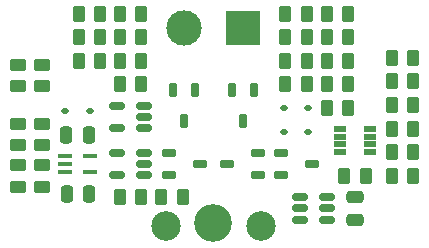
<source format=gbr>
G04 #@! TF.GenerationSoftware,KiCad,Pcbnew,9.0.3*
G04 #@! TF.CreationDate,2025-08-23T22:57:17-07:00*
G04 #@! TF.ProjectId,analog_bms,616e616c-6f67-45f6-926d-732e6b696361,rev?*
G04 #@! TF.SameCoordinates,Original*
G04 #@! TF.FileFunction,Soldermask,Top*
G04 #@! TF.FilePolarity,Negative*
%FSLAX46Y46*%
G04 Gerber Fmt 4.6, Leading zero omitted, Abs format (unit mm)*
G04 Created by KiCad (PCBNEW 9.0.3) date 2025-08-23 22:57:17*
%MOMM*%
%LPD*%
G01*
G04 APERTURE LIST*
G04 Aperture macros list*
%AMRoundRect*
0 Rectangle with rounded corners*
0 $1 Rounding radius*
0 $2 $3 $4 $5 $6 $7 $8 $9 X,Y pos of 4 corners*
0 Add a 4 corners polygon primitive as box body*
4,1,4,$2,$3,$4,$5,$6,$7,$8,$9,$2,$3,0*
0 Add four circle primitives for the rounded corners*
1,1,$1+$1,$2,$3*
1,1,$1+$1,$4,$5*
1,1,$1+$1,$6,$7*
1,1,$1+$1,$8,$9*
0 Add four rect primitives between the rounded corners*
20,1,$1+$1,$2,$3,$4,$5,0*
20,1,$1+$1,$4,$5,$6,$7,0*
20,1,$1+$1,$6,$7,$8,$9,0*
20,1,$1+$1,$8,$9,$2,$3,0*%
G04 Aperture macros list end*
%ADD10RoundRect,0.250000X0.262500X0.450000X-0.262500X0.450000X-0.262500X-0.450000X0.262500X-0.450000X0*%
%ADD11RoundRect,0.112500X-0.187500X-0.112500X0.187500X-0.112500X0.187500X0.112500X-0.187500X0.112500X0*%
%ADD12RoundRect,0.250000X-0.262500X-0.450000X0.262500X-0.450000X0.262500X0.450000X-0.262500X0.450000X0*%
%ADD13C,2.500000*%
%ADD14RoundRect,0.150000X0.512500X0.150000X-0.512500X0.150000X-0.512500X-0.150000X0.512500X-0.150000X0*%
%ADD15C,3.200000*%
%ADD16RoundRect,0.162500X-0.447500X-0.162500X0.447500X-0.162500X0.447500X0.162500X-0.447500X0.162500X0*%
%ADD17RoundRect,0.250000X-0.475000X0.250000X-0.475000X-0.250000X0.475000X-0.250000X0.475000X0.250000X0*%
%ADD18RoundRect,0.250000X0.250000X0.475000X-0.250000X0.475000X-0.250000X-0.475000X0.250000X-0.475000X0*%
%ADD19RoundRect,0.250000X0.450000X-0.262500X0.450000X0.262500X-0.450000X0.262500X-0.450000X-0.262500X0*%
%ADD20RoundRect,0.162500X0.447500X0.162500X-0.447500X0.162500X-0.447500X-0.162500X0.447500X-0.162500X0*%
%ADD21R,1.168400X0.355600*%
%ADD22RoundRect,0.150000X-0.512500X-0.150000X0.512500X-0.150000X0.512500X0.150000X-0.512500X0.150000X0*%
%ADD23RoundRect,0.162500X-0.162500X0.447500X-0.162500X-0.447500X0.162500X-0.447500X0.162500X0.447500X0*%
%ADD24RoundRect,0.250000X-0.450000X0.262500X-0.450000X-0.262500X0.450000X-0.262500X0.450000X0.262500X0*%
%ADD25RoundRect,0.067500X0.457500X0.157500X-0.457500X0.157500X-0.457500X-0.157500X0.457500X-0.157500X0*%
%ADD26R,3.000000X3.000000*%
%ADD27C,3.000000*%
G04 APERTURE END LIST*
D10*
X132912500Y-107250000D03*
X131087500Y-107250000D03*
D11*
X126450000Y-113500000D03*
X128550000Y-113500000D03*
D10*
X146912500Y-107250000D03*
X145087500Y-107250000D03*
X132912500Y-105250000D03*
X131087500Y-105250000D03*
D11*
X144950000Y-115250000D03*
X147050000Y-115250000D03*
D12*
X131087500Y-109250000D03*
X132912500Y-109250000D03*
D10*
X146912500Y-109250000D03*
X145087500Y-109250000D03*
D13*
X143000000Y-123250000D03*
D14*
X133137500Y-114950000D03*
X133137500Y-114000000D03*
X133137500Y-113050000D03*
X130862500Y-113050000D03*
X130862500Y-114950000D03*
D12*
X127587500Y-105250000D03*
X129412500Y-105250000D03*
D15*
X138950000Y-123000000D03*
D10*
X150412500Y-111250000D03*
X148587500Y-111250000D03*
D12*
X131087500Y-120750000D03*
X132912500Y-120750000D03*
D16*
X135260000Y-117050000D03*
X135260000Y-118950000D03*
X137880000Y-118000000D03*
D17*
X151000000Y-120800000D03*
X151000000Y-122700000D03*
D11*
X144950000Y-113250000D03*
X147050000Y-113250000D03*
D10*
X155912500Y-119000000D03*
X154087500Y-119000000D03*
D12*
X148587500Y-107250000D03*
X150412500Y-107250000D03*
D16*
X144760000Y-117050000D03*
X144760000Y-118950000D03*
X147380000Y-118000000D03*
D13*
X135000000Y-123250000D03*
D14*
X133137500Y-118950000D03*
X133137500Y-118000000D03*
X133137500Y-117050000D03*
X130862500Y-117050000D03*
X130862500Y-118950000D03*
D18*
X128450000Y-115500000D03*
X126550000Y-115500000D03*
D12*
X154087500Y-117000000D03*
X155912500Y-117000000D03*
D19*
X124500000Y-111412500D03*
X124500000Y-109587500D03*
D20*
X142740000Y-118950000D03*
X142740000Y-117050000D03*
X140120000Y-118000000D03*
D21*
X126458600Y-117350001D03*
X126458600Y-118000000D03*
X126458600Y-118649999D03*
X128541400Y-118649999D03*
X128541400Y-117350001D03*
D10*
X155912500Y-113000000D03*
X154087500Y-113000000D03*
X132912500Y-111250000D03*
X131087500Y-111250000D03*
D22*
X146362500Y-120800000D03*
X146362500Y-121750000D03*
X146362500Y-122700000D03*
X148637500Y-122700000D03*
X148637500Y-121750000D03*
X148637500Y-120800000D03*
D23*
X142450000Y-111760000D03*
X140550000Y-111760000D03*
X141500000Y-114380000D03*
X137450000Y-111760000D03*
X135550000Y-111760000D03*
X136500000Y-114380000D03*
D24*
X122500000Y-118087500D03*
X122500000Y-119912500D03*
D10*
X150412500Y-105250000D03*
X148587500Y-105250000D03*
D24*
X122500000Y-109587500D03*
X122500000Y-111412500D03*
X124500000Y-114587500D03*
X124500000Y-116412500D03*
D12*
X145087500Y-105250000D03*
X146912500Y-105250000D03*
X150087500Y-119000000D03*
X151912500Y-119000000D03*
X134587500Y-120750000D03*
X136412500Y-120750000D03*
D18*
X128500000Y-120500000D03*
X126600000Y-120500000D03*
D12*
X127587500Y-107250000D03*
X129412500Y-107250000D03*
D10*
X150412500Y-113250000D03*
X148587500Y-113250000D03*
D25*
X152300000Y-116975000D03*
X152300000Y-116325000D03*
X152300000Y-115675000D03*
X152300000Y-115025000D03*
X149700000Y-115025000D03*
X149700000Y-115675000D03*
X149700000Y-116325000D03*
X149700000Y-116975000D03*
D24*
X124500000Y-118087500D03*
X124500000Y-119912500D03*
D12*
X145087500Y-111250000D03*
X146912500Y-111250000D03*
D10*
X155912500Y-111000000D03*
X154087500Y-111000000D03*
X155912500Y-109000000D03*
X154087500Y-109000000D03*
D12*
X148587500Y-109250000D03*
X150412500Y-109250000D03*
D26*
X141500000Y-106500000D03*
D27*
X136500000Y-106500000D03*
D24*
X122500000Y-114587500D03*
X122500000Y-116412500D03*
D10*
X129412500Y-109250000D03*
X127587500Y-109250000D03*
X155912500Y-115000000D03*
X154087500Y-115000000D03*
M02*

</source>
